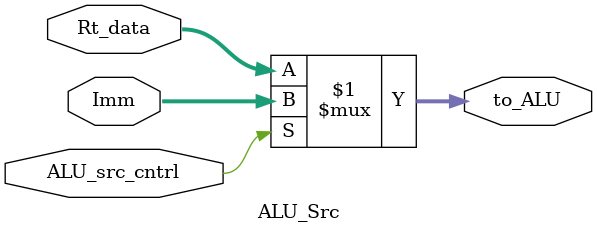
<source format=v>
`timescale 1ps/1ps

module ALU_Src(
    input [7:0] Rt_data,
    input [7:0] Imm,
    input ALU_src_cntrl,
    output [7:0] to_ALU);

    assign to_ALU = ALU_src_cntrl ? Imm : Rt_data;

endmodule
</source>
